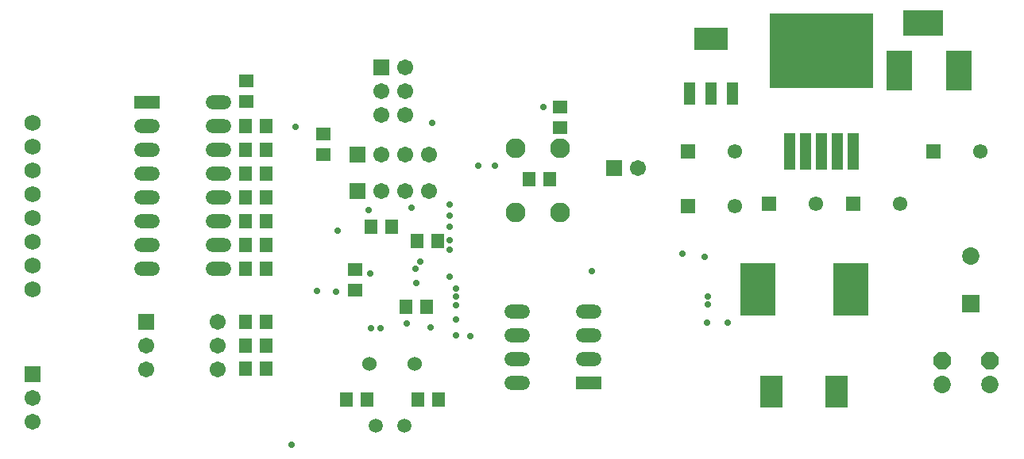
<source format=gbr>
G04*
G04 #@! TF.GenerationSoftware,Altium Limited,Altium Designer,22.4.2 (48)*
G04*
G04 Layer_Color=16711935*
%FSLAX24Y24*%
%MOIN*%
G70*
G04*
G04 #@! TF.SameCoordinates,3D4B7757-4479-4088-A00E-F10E6AE17A54*
G04*
G04*
G04 #@! TF.FilePolarity,Negative*
G04*
G01*
G75*
%ADD29R,0.0552X0.0631*%
%ADD30R,0.0631X0.0552*%
%ADD33C,0.0671*%
%ADD34R,0.0671X0.0671*%
%ADD35C,0.0680*%
%ADD36R,0.1080X0.0580*%
%ADD37O,0.1080X0.0580*%
%ADD38C,0.0600*%
%ADD39R,0.0671X0.0671*%
%ADD40C,0.0592*%
%ADD41C,0.0830*%
%ADD42R,0.0611X0.0611*%
%ADD43C,0.0611*%
%ADD44P,0.0790X8X292.5*%
%ADD45C,0.0730*%
%ADD46R,0.0730X0.0730*%
%ADD47C,0.0730*%
%ADD48R,0.1680X0.1080*%
%ADD49R,0.1080X0.1680*%
%ADD50C,0.0280*%
%ADD75R,0.0513X0.0926*%
%ADD76R,0.1399X0.0926*%
%ADD77R,0.1497X0.2245*%
%ADD78R,0.0966X0.1332*%
%ADD79R,0.0470X0.1572*%
%ADD80R,0.4348X0.3182*%
D29*
X20030Y4475D02*
D03*
X19164D02*
D03*
X20034Y5470D02*
D03*
X19168D02*
D03*
X20030Y6465D02*
D03*
X19164D02*
D03*
X20034Y8680D02*
D03*
X19168D02*
D03*
X20034Y11688D02*
D03*
X19168D02*
D03*
X20034Y9700D02*
D03*
X19168D02*
D03*
X20034Y10678D02*
D03*
X19168D02*
D03*
X24428Y10450D02*
D03*
X25294D02*
D03*
X27234Y9850D02*
D03*
X26368D02*
D03*
X23388Y3200D02*
D03*
X24254D02*
D03*
X27254D02*
D03*
X26388D02*
D03*
X25888Y7100D02*
D03*
X26754D02*
D03*
X20030Y14677D02*
D03*
X19164D02*
D03*
X20034Y12678D02*
D03*
X19168D02*
D03*
X20034Y13680D02*
D03*
X19168D02*
D03*
X31045Y12461D02*
D03*
X31911D02*
D03*
D30*
X23761Y7797D02*
D03*
Y8663D02*
D03*
X22441Y13497D02*
D03*
Y14363D02*
D03*
X19201Y16583D02*
D03*
Y15717D02*
D03*
X32358Y15494D02*
D03*
Y14628D02*
D03*
D33*
X26851Y11970D02*
D03*
X25851D02*
D03*
X24851D02*
D03*
X14984Y5470D02*
D03*
Y4470D02*
D03*
X17984Y6470D02*
D03*
Y5470D02*
D03*
Y4470D02*
D03*
X25861Y17168D02*
D03*
X24861Y16168D02*
D03*
X25861D02*
D03*
X24861Y15168D02*
D03*
X25861D02*
D03*
X24845Y13492D02*
D03*
X25845D02*
D03*
X26845D02*
D03*
X10221Y2243D02*
D03*
Y3243D02*
D03*
X35615Y12935D02*
D03*
D34*
X23851Y11970D02*
D03*
X14984Y6470D02*
D03*
X23845Y13492D02*
D03*
X34615Y12935D02*
D03*
D35*
X10221Y14830D02*
D03*
Y13830D02*
D03*
Y12830D02*
D03*
Y11830D02*
D03*
Y10830D02*
D03*
Y9830D02*
D03*
Y8830D02*
D03*
Y7830D02*
D03*
D36*
X15041Y15680D02*
D03*
X33561Y3900D02*
D03*
D37*
X15041Y14680D02*
D03*
Y13680D02*
D03*
Y12680D02*
D03*
Y11680D02*
D03*
Y10680D02*
D03*
Y9680D02*
D03*
Y8680D02*
D03*
X18041Y15680D02*
D03*
Y14680D02*
D03*
Y13680D02*
D03*
Y12680D02*
D03*
Y11680D02*
D03*
Y10680D02*
D03*
Y9680D02*
D03*
Y8680D02*
D03*
X30561Y6900D02*
D03*
Y5900D02*
D03*
Y4900D02*
D03*
Y3900D02*
D03*
X33561Y6900D02*
D03*
Y5900D02*
D03*
Y4900D02*
D03*
D38*
X26271Y4700D02*
D03*
X24371D02*
D03*
D39*
X24861Y17168D02*
D03*
X10221Y4243D02*
D03*
D40*
X24611Y2100D02*
D03*
X25831D02*
D03*
D41*
X32358Y13761D02*
D03*
X30478Y11051D02*
D03*
X32358D02*
D03*
X30478Y13761D02*
D03*
D42*
X48017Y13610D02*
D03*
X37717Y11310D02*
D03*
Y13610D02*
D03*
X41117Y11410D02*
D03*
X44665D02*
D03*
D43*
X49985Y13610D02*
D03*
X39685Y11310D02*
D03*
Y13610D02*
D03*
X43085Y11410D02*
D03*
X46634D02*
D03*
D44*
X48401Y4810D02*
D03*
X50401D02*
D03*
D45*
X48401Y3810D02*
D03*
X50401D02*
D03*
D46*
X49601Y7210D02*
D03*
D47*
Y9210D02*
D03*
D48*
X47601Y19010D02*
D03*
D49*
X49101Y17010D02*
D03*
X46601D02*
D03*
D50*
X22149Y7741D02*
D03*
X26911Y6220D02*
D03*
X25931Y6400D02*
D03*
X26991Y14810D02*
D03*
X21101Y1290D02*
D03*
X26291Y8690D02*
D03*
X26341Y8100D02*
D03*
X39381Y6431D02*
D03*
X38541Y6411D02*
D03*
X31651Y15481D02*
D03*
X28591Y5871D02*
D03*
X28007Y5876D02*
D03*
X28001Y7530D02*
D03*
X38435Y9206D02*
D03*
X37491Y9320D02*
D03*
X29621Y13021D02*
D03*
X28921Y13020D02*
D03*
X26111Y11240D02*
D03*
X38558Y7181D02*
D03*
X38561Y7531D02*
D03*
X33693Y8606D02*
D03*
X27731Y10930D02*
D03*
X22950Y7716D02*
D03*
X27721Y10440D02*
D03*
X27731Y9490D02*
D03*
X24331Y11150D02*
D03*
X23040Y10290D02*
D03*
X21251Y14660D02*
D03*
X27741Y11380D02*
D03*
X26480Y8999D02*
D03*
X27731Y9880D02*
D03*
X24391Y8500D02*
D03*
X27721Y8340D02*
D03*
X24421Y6200D02*
D03*
X24821D02*
D03*
X27999Y6540D02*
D03*
X28001Y7151D02*
D03*
Y7870D02*
D03*
D75*
X39606Y16059D02*
D03*
X38701D02*
D03*
X37795D02*
D03*
D76*
X38701Y18362D02*
D03*
D77*
X44550Y7810D02*
D03*
X40652D02*
D03*
D78*
X43961Y3510D02*
D03*
X41241D02*
D03*
D79*
X44670Y13610D02*
D03*
X44001D02*
D03*
X43332D02*
D03*
X42662D02*
D03*
X41993D02*
D03*
D80*
X43332Y17843D02*
D03*
M02*

</source>
